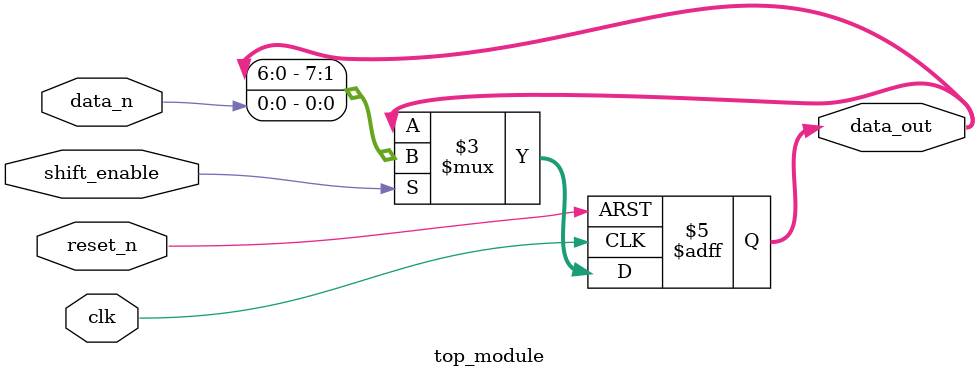
<source format=sv>
module top_module(
  input clk,
  input reset_n,
  input data_n,
  input shift_enable,
  output reg [7:0] data_out
);

always @(posedge clk or negedge reset_n) begin
  if (!reset_n) begin
    data_out <= 8'b0; // Reset output to 0
  end else if (shift_enable) begin
    data_out <= {data_out[6:0], data_n}; // Shift left and insert new data bit
  end
end

endmodule

</source>
